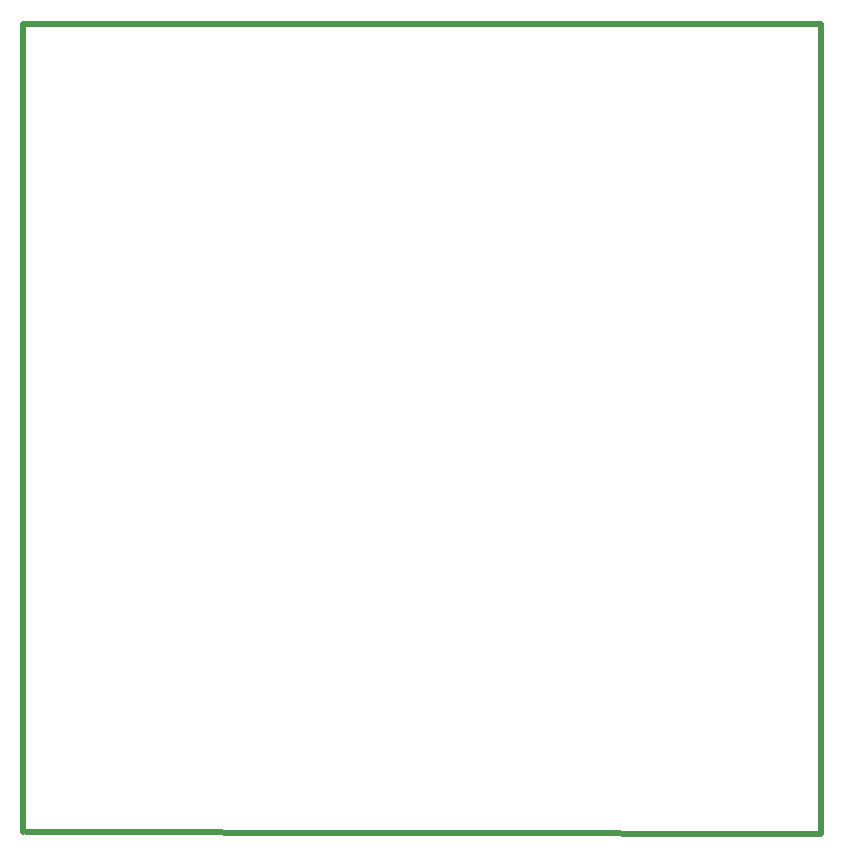
<source format=gko>
G04*
G04 #@! TF.GenerationSoftware,Altium Limited,Altium Designer,24.2.2 (26)*
G04*
G04 Layer_Color=16711935*
%FSLAX44Y44*%
%MOMM*%
G71*
G04*
G04 #@! TF.SameCoordinates,EF5741E1-F204-4FC3-9B2C-2ADE7EA652BA*
G04*
G04*
G04 #@! TF.FilePolarity,Positive*
G04*
G01*
G75*
%ADD14C,0.5080*%
D14*
X2540Y1270D02*
X675640Y0D01*
X675640Y685800D02*
X675640Y0D01*
X-0Y1270D02*
Y685800D01*
X675640D01*
M02*

</source>
